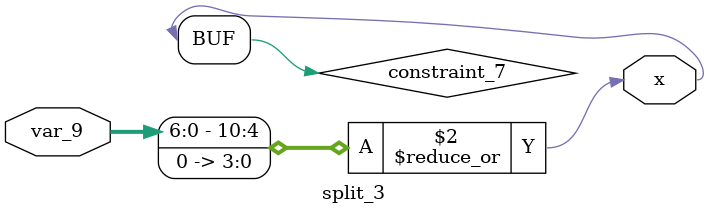
<source format=v>
module split_3(var_9, x);
        input [10:0] var_9;
    output wire x;

    wire constraint_7;

    assign constraint_7 = |((var_9 << 11'h4));
    assign x = constraint_7;
endmodule

</source>
